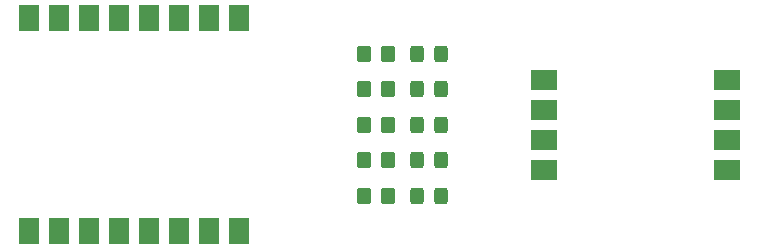
<source format=gbr>
%TF.GenerationSoftware,KiCad,Pcbnew,7.0.11*%
%TF.CreationDate,2024-11-27T22:18:04+00:00*%
%TF.ProjectId,project_x_pcb,70726f6a-6563-4745-9f78-5f7063622e6b,rev?*%
%TF.SameCoordinates,Original*%
%TF.FileFunction,Paste,Top*%
%TF.FilePolarity,Positive*%
%FSLAX46Y46*%
G04 Gerber Fmt 4.6, Leading zero omitted, Abs format (unit mm)*
G04 Created by KiCad (PCBNEW 7.0.11) date 2024-11-27 22:18:04*
%MOMM*%
%LPD*%
G01*
G04 APERTURE LIST*
G04 Aperture macros list*
%AMRoundRect*
0 Rectangle with rounded corners*
0 $1 Rounding radius*
0 $2 $3 $4 $5 $6 $7 $8 $9 X,Y pos of 4 corners*
0 Add a 4 corners polygon primitive as box body*
4,1,4,$2,$3,$4,$5,$6,$7,$8,$9,$2,$3,0*
0 Add four circle primitives for the rounded corners*
1,1,$1+$1,$2,$3*
1,1,$1+$1,$4,$5*
1,1,$1+$1,$6,$7*
1,1,$1+$1,$8,$9*
0 Add four rect primitives between the rounded corners*
20,1,$1+$1,$2,$3,$4,$5,0*
20,1,$1+$1,$4,$5,$6,$7,0*
20,1,$1+$1,$6,$7,$8,$9,0*
20,1,$1+$1,$8,$9,$2,$3,0*%
G04 Aperture macros list end*
%ADD10RoundRect,0.250000X0.325000X0.450000X-0.325000X0.450000X-0.325000X-0.450000X0.325000X-0.450000X0*%
%ADD11RoundRect,0.250000X-0.350000X-0.450000X0.350000X-0.450000X0.350000X0.450000X-0.350000X0.450000X0*%
%ADD12R,2.200000X1.800000*%
%ADD13R,1.800000X2.200000*%
G04 APERTURE END LIST*
D10*
%TO.C,D3*%
X102010000Y-71000000D03*
X99960000Y-71000000D03*
%TD*%
D11*
%TO.C,R2*%
X95510000Y-68000000D03*
X97510000Y-68000000D03*
%TD*%
D12*
%TO.C,U2*%
X110750000Y-67190000D03*
X110750000Y-69730000D03*
X110750000Y-72270000D03*
X110750000Y-74810000D03*
X126250000Y-74810000D03*
X126250000Y-72270000D03*
X126250000Y-69730000D03*
X126250000Y-67190000D03*
%TD*%
D11*
%TO.C,R3*%
X95510000Y-71000000D03*
X97510000Y-71000000D03*
%TD*%
%TO.C,R5*%
X95510000Y-77000000D03*
X97510000Y-77000000D03*
%TD*%
D13*
%TO.C,U1*%
X67110000Y-80000000D03*
X69650000Y-80000000D03*
X72190000Y-80000000D03*
X74730000Y-80000000D03*
X77270000Y-80000000D03*
X79810000Y-80000000D03*
X82350000Y-80000000D03*
X84890000Y-80000000D03*
X84890000Y-62000000D03*
X82350000Y-62000000D03*
X79810000Y-62000000D03*
X77270000Y-62000000D03*
X74730000Y-62000000D03*
X72190000Y-62000000D03*
X69650000Y-62000000D03*
X67110000Y-62000000D03*
%TD*%
D11*
%TO.C,R4*%
X95510000Y-74000000D03*
X97510000Y-74000000D03*
%TD*%
D10*
%TO.C,D2*%
X102010000Y-68000000D03*
X99960000Y-68000000D03*
%TD*%
%TO.C,D1*%
X102010000Y-65000000D03*
X99960000Y-65000000D03*
%TD*%
D11*
%TO.C,R1*%
X95510000Y-65000000D03*
X97510000Y-65000000D03*
%TD*%
D10*
%TO.C,D4*%
X102010000Y-74000000D03*
X99960000Y-74000000D03*
%TD*%
%TO.C,D5*%
X102010000Y-77000000D03*
X99960000Y-77000000D03*
%TD*%
M02*

</source>
